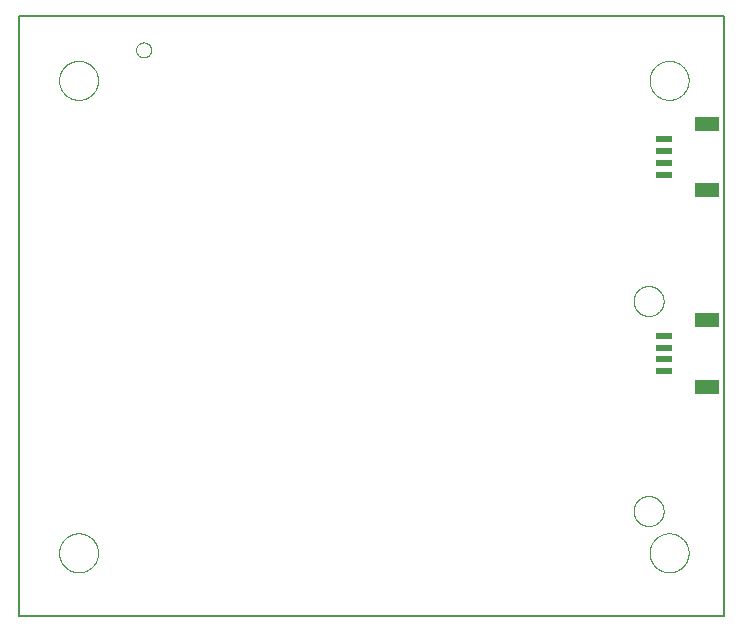
<source format=gbp>
G75*
%MOIN*%
%OFA0B0*%
%FSLAX25Y25*%
%IPPOS*%
%LPD*%
%AMOC8*
5,1,8,0,0,1.08239X$1,22.5*
%
%ADD10C,0.00000*%
%ADD11C,0.00600*%
%ADD12R,0.07874X0.04724*%
%ADD13R,0.05315X0.02362*%
D10*
X0052595Y0077996D02*
X0052597Y0078157D01*
X0052603Y0078317D01*
X0052613Y0078478D01*
X0052627Y0078638D01*
X0052645Y0078798D01*
X0052666Y0078957D01*
X0052692Y0079116D01*
X0052722Y0079274D01*
X0052755Y0079431D01*
X0052793Y0079588D01*
X0052834Y0079743D01*
X0052879Y0079897D01*
X0052928Y0080050D01*
X0052981Y0080202D01*
X0053037Y0080353D01*
X0053098Y0080502D01*
X0053161Y0080650D01*
X0053229Y0080796D01*
X0053300Y0080940D01*
X0053374Y0081082D01*
X0053452Y0081223D01*
X0053534Y0081361D01*
X0053619Y0081498D01*
X0053707Y0081632D01*
X0053799Y0081764D01*
X0053894Y0081894D01*
X0053992Y0082022D01*
X0054093Y0082147D01*
X0054197Y0082269D01*
X0054304Y0082389D01*
X0054414Y0082506D01*
X0054527Y0082621D01*
X0054643Y0082732D01*
X0054762Y0082841D01*
X0054883Y0082946D01*
X0055007Y0083049D01*
X0055133Y0083149D01*
X0055261Y0083245D01*
X0055392Y0083338D01*
X0055526Y0083428D01*
X0055661Y0083515D01*
X0055799Y0083598D01*
X0055938Y0083678D01*
X0056080Y0083754D01*
X0056223Y0083827D01*
X0056368Y0083896D01*
X0056515Y0083962D01*
X0056663Y0084024D01*
X0056813Y0084082D01*
X0056964Y0084137D01*
X0057117Y0084188D01*
X0057271Y0084235D01*
X0057426Y0084278D01*
X0057582Y0084317D01*
X0057738Y0084353D01*
X0057896Y0084384D01*
X0058054Y0084412D01*
X0058213Y0084436D01*
X0058373Y0084456D01*
X0058533Y0084472D01*
X0058693Y0084484D01*
X0058854Y0084492D01*
X0059015Y0084496D01*
X0059175Y0084496D01*
X0059336Y0084492D01*
X0059497Y0084484D01*
X0059657Y0084472D01*
X0059817Y0084456D01*
X0059977Y0084436D01*
X0060136Y0084412D01*
X0060294Y0084384D01*
X0060452Y0084353D01*
X0060608Y0084317D01*
X0060764Y0084278D01*
X0060919Y0084235D01*
X0061073Y0084188D01*
X0061226Y0084137D01*
X0061377Y0084082D01*
X0061527Y0084024D01*
X0061675Y0083962D01*
X0061822Y0083896D01*
X0061967Y0083827D01*
X0062110Y0083754D01*
X0062252Y0083678D01*
X0062391Y0083598D01*
X0062529Y0083515D01*
X0062664Y0083428D01*
X0062798Y0083338D01*
X0062929Y0083245D01*
X0063057Y0083149D01*
X0063183Y0083049D01*
X0063307Y0082946D01*
X0063428Y0082841D01*
X0063547Y0082732D01*
X0063663Y0082621D01*
X0063776Y0082506D01*
X0063886Y0082389D01*
X0063993Y0082269D01*
X0064097Y0082147D01*
X0064198Y0082022D01*
X0064296Y0081894D01*
X0064391Y0081764D01*
X0064483Y0081632D01*
X0064571Y0081498D01*
X0064656Y0081361D01*
X0064738Y0081223D01*
X0064816Y0081082D01*
X0064890Y0080940D01*
X0064961Y0080796D01*
X0065029Y0080650D01*
X0065092Y0080502D01*
X0065153Y0080353D01*
X0065209Y0080202D01*
X0065262Y0080050D01*
X0065311Y0079897D01*
X0065356Y0079743D01*
X0065397Y0079588D01*
X0065435Y0079431D01*
X0065468Y0079274D01*
X0065498Y0079116D01*
X0065524Y0078957D01*
X0065545Y0078798D01*
X0065563Y0078638D01*
X0065577Y0078478D01*
X0065587Y0078317D01*
X0065593Y0078157D01*
X0065595Y0077996D01*
X0065593Y0077835D01*
X0065587Y0077675D01*
X0065577Y0077514D01*
X0065563Y0077354D01*
X0065545Y0077194D01*
X0065524Y0077035D01*
X0065498Y0076876D01*
X0065468Y0076718D01*
X0065435Y0076561D01*
X0065397Y0076404D01*
X0065356Y0076249D01*
X0065311Y0076095D01*
X0065262Y0075942D01*
X0065209Y0075790D01*
X0065153Y0075639D01*
X0065092Y0075490D01*
X0065029Y0075342D01*
X0064961Y0075196D01*
X0064890Y0075052D01*
X0064816Y0074910D01*
X0064738Y0074769D01*
X0064656Y0074631D01*
X0064571Y0074494D01*
X0064483Y0074360D01*
X0064391Y0074228D01*
X0064296Y0074098D01*
X0064198Y0073970D01*
X0064097Y0073845D01*
X0063993Y0073723D01*
X0063886Y0073603D01*
X0063776Y0073486D01*
X0063663Y0073371D01*
X0063547Y0073260D01*
X0063428Y0073151D01*
X0063307Y0073046D01*
X0063183Y0072943D01*
X0063057Y0072843D01*
X0062929Y0072747D01*
X0062798Y0072654D01*
X0062664Y0072564D01*
X0062529Y0072477D01*
X0062391Y0072394D01*
X0062252Y0072314D01*
X0062110Y0072238D01*
X0061967Y0072165D01*
X0061822Y0072096D01*
X0061675Y0072030D01*
X0061527Y0071968D01*
X0061377Y0071910D01*
X0061226Y0071855D01*
X0061073Y0071804D01*
X0060919Y0071757D01*
X0060764Y0071714D01*
X0060608Y0071675D01*
X0060452Y0071639D01*
X0060294Y0071608D01*
X0060136Y0071580D01*
X0059977Y0071556D01*
X0059817Y0071536D01*
X0059657Y0071520D01*
X0059497Y0071508D01*
X0059336Y0071500D01*
X0059175Y0071496D01*
X0059015Y0071496D01*
X0058854Y0071500D01*
X0058693Y0071508D01*
X0058533Y0071520D01*
X0058373Y0071536D01*
X0058213Y0071556D01*
X0058054Y0071580D01*
X0057896Y0071608D01*
X0057738Y0071639D01*
X0057582Y0071675D01*
X0057426Y0071714D01*
X0057271Y0071757D01*
X0057117Y0071804D01*
X0056964Y0071855D01*
X0056813Y0071910D01*
X0056663Y0071968D01*
X0056515Y0072030D01*
X0056368Y0072096D01*
X0056223Y0072165D01*
X0056080Y0072238D01*
X0055938Y0072314D01*
X0055799Y0072394D01*
X0055661Y0072477D01*
X0055526Y0072564D01*
X0055392Y0072654D01*
X0055261Y0072747D01*
X0055133Y0072843D01*
X0055007Y0072943D01*
X0054883Y0073046D01*
X0054762Y0073151D01*
X0054643Y0073260D01*
X0054527Y0073371D01*
X0054414Y0073486D01*
X0054304Y0073603D01*
X0054197Y0073723D01*
X0054093Y0073845D01*
X0053992Y0073970D01*
X0053894Y0074098D01*
X0053799Y0074228D01*
X0053707Y0074360D01*
X0053619Y0074494D01*
X0053534Y0074631D01*
X0053452Y0074769D01*
X0053374Y0074910D01*
X0053300Y0075052D01*
X0053229Y0075196D01*
X0053161Y0075342D01*
X0053098Y0075490D01*
X0053037Y0075639D01*
X0052981Y0075790D01*
X0052928Y0075942D01*
X0052879Y0076095D01*
X0052834Y0076249D01*
X0052793Y0076404D01*
X0052755Y0076561D01*
X0052722Y0076718D01*
X0052692Y0076876D01*
X0052666Y0077035D01*
X0052645Y0077194D01*
X0052627Y0077354D01*
X0052613Y0077514D01*
X0052603Y0077675D01*
X0052597Y0077835D01*
X0052595Y0077996D01*
X0052595Y0235476D02*
X0052597Y0235637D01*
X0052603Y0235797D01*
X0052613Y0235958D01*
X0052627Y0236118D01*
X0052645Y0236278D01*
X0052666Y0236437D01*
X0052692Y0236596D01*
X0052722Y0236754D01*
X0052755Y0236911D01*
X0052793Y0237068D01*
X0052834Y0237223D01*
X0052879Y0237377D01*
X0052928Y0237530D01*
X0052981Y0237682D01*
X0053037Y0237833D01*
X0053098Y0237982D01*
X0053161Y0238130D01*
X0053229Y0238276D01*
X0053300Y0238420D01*
X0053374Y0238562D01*
X0053452Y0238703D01*
X0053534Y0238841D01*
X0053619Y0238978D01*
X0053707Y0239112D01*
X0053799Y0239244D01*
X0053894Y0239374D01*
X0053992Y0239502D01*
X0054093Y0239627D01*
X0054197Y0239749D01*
X0054304Y0239869D01*
X0054414Y0239986D01*
X0054527Y0240101D01*
X0054643Y0240212D01*
X0054762Y0240321D01*
X0054883Y0240426D01*
X0055007Y0240529D01*
X0055133Y0240629D01*
X0055261Y0240725D01*
X0055392Y0240818D01*
X0055526Y0240908D01*
X0055661Y0240995D01*
X0055799Y0241078D01*
X0055938Y0241158D01*
X0056080Y0241234D01*
X0056223Y0241307D01*
X0056368Y0241376D01*
X0056515Y0241442D01*
X0056663Y0241504D01*
X0056813Y0241562D01*
X0056964Y0241617D01*
X0057117Y0241668D01*
X0057271Y0241715D01*
X0057426Y0241758D01*
X0057582Y0241797D01*
X0057738Y0241833D01*
X0057896Y0241864D01*
X0058054Y0241892D01*
X0058213Y0241916D01*
X0058373Y0241936D01*
X0058533Y0241952D01*
X0058693Y0241964D01*
X0058854Y0241972D01*
X0059015Y0241976D01*
X0059175Y0241976D01*
X0059336Y0241972D01*
X0059497Y0241964D01*
X0059657Y0241952D01*
X0059817Y0241936D01*
X0059977Y0241916D01*
X0060136Y0241892D01*
X0060294Y0241864D01*
X0060452Y0241833D01*
X0060608Y0241797D01*
X0060764Y0241758D01*
X0060919Y0241715D01*
X0061073Y0241668D01*
X0061226Y0241617D01*
X0061377Y0241562D01*
X0061527Y0241504D01*
X0061675Y0241442D01*
X0061822Y0241376D01*
X0061967Y0241307D01*
X0062110Y0241234D01*
X0062252Y0241158D01*
X0062391Y0241078D01*
X0062529Y0240995D01*
X0062664Y0240908D01*
X0062798Y0240818D01*
X0062929Y0240725D01*
X0063057Y0240629D01*
X0063183Y0240529D01*
X0063307Y0240426D01*
X0063428Y0240321D01*
X0063547Y0240212D01*
X0063663Y0240101D01*
X0063776Y0239986D01*
X0063886Y0239869D01*
X0063993Y0239749D01*
X0064097Y0239627D01*
X0064198Y0239502D01*
X0064296Y0239374D01*
X0064391Y0239244D01*
X0064483Y0239112D01*
X0064571Y0238978D01*
X0064656Y0238841D01*
X0064738Y0238703D01*
X0064816Y0238562D01*
X0064890Y0238420D01*
X0064961Y0238276D01*
X0065029Y0238130D01*
X0065092Y0237982D01*
X0065153Y0237833D01*
X0065209Y0237682D01*
X0065262Y0237530D01*
X0065311Y0237377D01*
X0065356Y0237223D01*
X0065397Y0237068D01*
X0065435Y0236911D01*
X0065468Y0236754D01*
X0065498Y0236596D01*
X0065524Y0236437D01*
X0065545Y0236278D01*
X0065563Y0236118D01*
X0065577Y0235958D01*
X0065587Y0235797D01*
X0065593Y0235637D01*
X0065595Y0235476D01*
X0065593Y0235315D01*
X0065587Y0235155D01*
X0065577Y0234994D01*
X0065563Y0234834D01*
X0065545Y0234674D01*
X0065524Y0234515D01*
X0065498Y0234356D01*
X0065468Y0234198D01*
X0065435Y0234041D01*
X0065397Y0233884D01*
X0065356Y0233729D01*
X0065311Y0233575D01*
X0065262Y0233422D01*
X0065209Y0233270D01*
X0065153Y0233119D01*
X0065092Y0232970D01*
X0065029Y0232822D01*
X0064961Y0232676D01*
X0064890Y0232532D01*
X0064816Y0232390D01*
X0064738Y0232249D01*
X0064656Y0232111D01*
X0064571Y0231974D01*
X0064483Y0231840D01*
X0064391Y0231708D01*
X0064296Y0231578D01*
X0064198Y0231450D01*
X0064097Y0231325D01*
X0063993Y0231203D01*
X0063886Y0231083D01*
X0063776Y0230966D01*
X0063663Y0230851D01*
X0063547Y0230740D01*
X0063428Y0230631D01*
X0063307Y0230526D01*
X0063183Y0230423D01*
X0063057Y0230323D01*
X0062929Y0230227D01*
X0062798Y0230134D01*
X0062664Y0230044D01*
X0062529Y0229957D01*
X0062391Y0229874D01*
X0062252Y0229794D01*
X0062110Y0229718D01*
X0061967Y0229645D01*
X0061822Y0229576D01*
X0061675Y0229510D01*
X0061527Y0229448D01*
X0061377Y0229390D01*
X0061226Y0229335D01*
X0061073Y0229284D01*
X0060919Y0229237D01*
X0060764Y0229194D01*
X0060608Y0229155D01*
X0060452Y0229119D01*
X0060294Y0229088D01*
X0060136Y0229060D01*
X0059977Y0229036D01*
X0059817Y0229016D01*
X0059657Y0229000D01*
X0059497Y0228988D01*
X0059336Y0228980D01*
X0059175Y0228976D01*
X0059015Y0228976D01*
X0058854Y0228980D01*
X0058693Y0228988D01*
X0058533Y0229000D01*
X0058373Y0229016D01*
X0058213Y0229036D01*
X0058054Y0229060D01*
X0057896Y0229088D01*
X0057738Y0229119D01*
X0057582Y0229155D01*
X0057426Y0229194D01*
X0057271Y0229237D01*
X0057117Y0229284D01*
X0056964Y0229335D01*
X0056813Y0229390D01*
X0056663Y0229448D01*
X0056515Y0229510D01*
X0056368Y0229576D01*
X0056223Y0229645D01*
X0056080Y0229718D01*
X0055938Y0229794D01*
X0055799Y0229874D01*
X0055661Y0229957D01*
X0055526Y0230044D01*
X0055392Y0230134D01*
X0055261Y0230227D01*
X0055133Y0230323D01*
X0055007Y0230423D01*
X0054883Y0230526D01*
X0054762Y0230631D01*
X0054643Y0230740D01*
X0054527Y0230851D01*
X0054414Y0230966D01*
X0054304Y0231083D01*
X0054197Y0231203D01*
X0054093Y0231325D01*
X0053992Y0231450D01*
X0053894Y0231578D01*
X0053799Y0231708D01*
X0053707Y0231840D01*
X0053619Y0231974D01*
X0053534Y0232111D01*
X0053452Y0232249D01*
X0053374Y0232390D01*
X0053300Y0232532D01*
X0053229Y0232676D01*
X0053161Y0232822D01*
X0053098Y0232970D01*
X0053037Y0233119D01*
X0052981Y0233270D01*
X0052928Y0233422D01*
X0052879Y0233575D01*
X0052834Y0233729D01*
X0052793Y0233884D01*
X0052755Y0234041D01*
X0052722Y0234198D01*
X0052692Y0234356D01*
X0052666Y0234515D01*
X0052645Y0234674D01*
X0052627Y0234834D01*
X0052613Y0234994D01*
X0052603Y0235155D01*
X0052597Y0235315D01*
X0052595Y0235476D01*
X0078268Y0245630D02*
X0078270Y0245729D01*
X0078276Y0245829D01*
X0078286Y0245928D01*
X0078300Y0246026D01*
X0078317Y0246124D01*
X0078339Y0246221D01*
X0078364Y0246317D01*
X0078393Y0246412D01*
X0078426Y0246506D01*
X0078463Y0246598D01*
X0078503Y0246689D01*
X0078547Y0246778D01*
X0078595Y0246866D01*
X0078646Y0246951D01*
X0078700Y0247034D01*
X0078757Y0247116D01*
X0078818Y0247194D01*
X0078882Y0247271D01*
X0078948Y0247344D01*
X0079018Y0247415D01*
X0079090Y0247483D01*
X0079165Y0247549D01*
X0079243Y0247611D01*
X0079323Y0247670D01*
X0079405Y0247726D01*
X0079489Y0247778D01*
X0079576Y0247827D01*
X0079664Y0247873D01*
X0079754Y0247915D01*
X0079846Y0247954D01*
X0079939Y0247989D01*
X0080033Y0248020D01*
X0080129Y0248047D01*
X0080226Y0248070D01*
X0080323Y0248090D01*
X0080421Y0248106D01*
X0080520Y0248118D01*
X0080619Y0248126D01*
X0080718Y0248130D01*
X0080818Y0248130D01*
X0080917Y0248126D01*
X0081016Y0248118D01*
X0081115Y0248106D01*
X0081213Y0248090D01*
X0081310Y0248070D01*
X0081407Y0248047D01*
X0081503Y0248020D01*
X0081597Y0247989D01*
X0081690Y0247954D01*
X0081782Y0247915D01*
X0081872Y0247873D01*
X0081960Y0247827D01*
X0082047Y0247778D01*
X0082131Y0247726D01*
X0082213Y0247670D01*
X0082293Y0247611D01*
X0082371Y0247549D01*
X0082446Y0247483D01*
X0082518Y0247415D01*
X0082588Y0247344D01*
X0082654Y0247271D01*
X0082718Y0247194D01*
X0082779Y0247116D01*
X0082836Y0247034D01*
X0082890Y0246951D01*
X0082941Y0246866D01*
X0082989Y0246778D01*
X0083033Y0246689D01*
X0083073Y0246598D01*
X0083110Y0246506D01*
X0083143Y0246412D01*
X0083172Y0246317D01*
X0083197Y0246221D01*
X0083219Y0246124D01*
X0083236Y0246026D01*
X0083250Y0245928D01*
X0083260Y0245829D01*
X0083266Y0245729D01*
X0083268Y0245630D01*
X0083266Y0245531D01*
X0083260Y0245431D01*
X0083250Y0245332D01*
X0083236Y0245234D01*
X0083219Y0245136D01*
X0083197Y0245039D01*
X0083172Y0244943D01*
X0083143Y0244848D01*
X0083110Y0244754D01*
X0083073Y0244662D01*
X0083033Y0244571D01*
X0082989Y0244482D01*
X0082941Y0244394D01*
X0082890Y0244309D01*
X0082836Y0244226D01*
X0082779Y0244144D01*
X0082718Y0244066D01*
X0082654Y0243989D01*
X0082588Y0243916D01*
X0082518Y0243845D01*
X0082446Y0243777D01*
X0082371Y0243711D01*
X0082293Y0243649D01*
X0082213Y0243590D01*
X0082131Y0243534D01*
X0082047Y0243482D01*
X0081960Y0243433D01*
X0081872Y0243387D01*
X0081782Y0243345D01*
X0081690Y0243306D01*
X0081597Y0243271D01*
X0081503Y0243240D01*
X0081407Y0243213D01*
X0081310Y0243190D01*
X0081213Y0243170D01*
X0081115Y0243154D01*
X0081016Y0243142D01*
X0080917Y0243134D01*
X0080818Y0243130D01*
X0080718Y0243130D01*
X0080619Y0243134D01*
X0080520Y0243142D01*
X0080421Y0243154D01*
X0080323Y0243170D01*
X0080226Y0243190D01*
X0080129Y0243213D01*
X0080033Y0243240D01*
X0079939Y0243271D01*
X0079846Y0243306D01*
X0079754Y0243345D01*
X0079664Y0243387D01*
X0079576Y0243433D01*
X0079489Y0243482D01*
X0079405Y0243534D01*
X0079323Y0243590D01*
X0079243Y0243649D01*
X0079165Y0243711D01*
X0079090Y0243777D01*
X0079018Y0243845D01*
X0078948Y0243916D01*
X0078882Y0243989D01*
X0078818Y0244066D01*
X0078757Y0244144D01*
X0078700Y0244226D01*
X0078646Y0244309D01*
X0078595Y0244394D01*
X0078547Y0244482D01*
X0078503Y0244571D01*
X0078463Y0244662D01*
X0078426Y0244754D01*
X0078393Y0244848D01*
X0078364Y0244943D01*
X0078339Y0245039D01*
X0078317Y0245136D01*
X0078300Y0245234D01*
X0078286Y0245332D01*
X0078276Y0245431D01*
X0078270Y0245531D01*
X0078268Y0245630D01*
X0244095Y0161933D02*
X0244097Y0162074D01*
X0244103Y0162215D01*
X0244113Y0162355D01*
X0244127Y0162495D01*
X0244145Y0162635D01*
X0244166Y0162774D01*
X0244192Y0162913D01*
X0244221Y0163051D01*
X0244255Y0163187D01*
X0244292Y0163323D01*
X0244333Y0163458D01*
X0244378Y0163592D01*
X0244427Y0163724D01*
X0244479Y0163855D01*
X0244535Y0163984D01*
X0244595Y0164111D01*
X0244658Y0164237D01*
X0244724Y0164361D01*
X0244795Y0164484D01*
X0244868Y0164604D01*
X0244945Y0164722D01*
X0245025Y0164838D01*
X0245109Y0164951D01*
X0245195Y0165062D01*
X0245285Y0165171D01*
X0245378Y0165277D01*
X0245473Y0165380D01*
X0245572Y0165481D01*
X0245673Y0165579D01*
X0245777Y0165674D01*
X0245884Y0165766D01*
X0245993Y0165855D01*
X0246105Y0165940D01*
X0246219Y0166023D01*
X0246335Y0166103D01*
X0246454Y0166179D01*
X0246575Y0166251D01*
X0246697Y0166321D01*
X0246822Y0166386D01*
X0246948Y0166449D01*
X0247076Y0166507D01*
X0247206Y0166562D01*
X0247337Y0166614D01*
X0247470Y0166661D01*
X0247604Y0166705D01*
X0247739Y0166746D01*
X0247875Y0166782D01*
X0248012Y0166814D01*
X0248150Y0166843D01*
X0248288Y0166868D01*
X0248428Y0166888D01*
X0248568Y0166905D01*
X0248708Y0166918D01*
X0248849Y0166927D01*
X0248989Y0166932D01*
X0249130Y0166933D01*
X0249271Y0166930D01*
X0249412Y0166923D01*
X0249552Y0166912D01*
X0249692Y0166897D01*
X0249832Y0166878D01*
X0249971Y0166856D01*
X0250109Y0166829D01*
X0250247Y0166799D01*
X0250383Y0166764D01*
X0250519Y0166726D01*
X0250653Y0166684D01*
X0250787Y0166638D01*
X0250919Y0166589D01*
X0251049Y0166535D01*
X0251178Y0166478D01*
X0251305Y0166418D01*
X0251431Y0166354D01*
X0251554Y0166286D01*
X0251676Y0166215D01*
X0251796Y0166141D01*
X0251913Y0166063D01*
X0252028Y0165982D01*
X0252141Y0165898D01*
X0252252Y0165811D01*
X0252360Y0165720D01*
X0252465Y0165627D01*
X0252568Y0165530D01*
X0252668Y0165431D01*
X0252765Y0165329D01*
X0252859Y0165224D01*
X0252950Y0165117D01*
X0253038Y0165007D01*
X0253123Y0164895D01*
X0253205Y0164780D01*
X0253284Y0164663D01*
X0253359Y0164544D01*
X0253431Y0164423D01*
X0253499Y0164300D01*
X0253564Y0164175D01*
X0253626Y0164048D01*
X0253683Y0163919D01*
X0253738Y0163789D01*
X0253788Y0163658D01*
X0253835Y0163525D01*
X0253878Y0163391D01*
X0253917Y0163255D01*
X0253952Y0163119D01*
X0253984Y0162982D01*
X0254011Y0162844D01*
X0254035Y0162705D01*
X0254055Y0162565D01*
X0254071Y0162425D01*
X0254083Y0162285D01*
X0254091Y0162144D01*
X0254095Y0162003D01*
X0254095Y0161863D01*
X0254091Y0161722D01*
X0254083Y0161581D01*
X0254071Y0161441D01*
X0254055Y0161301D01*
X0254035Y0161161D01*
X0254011Y0161022D01*
X0253984Y0160884D01*
X0253952Y0160747D01*
X0253917Y0160611D01*
X0253878Y0160475D01*
X0253835Y0160341D01*
X0253788Y0160208D01*
X0253738Y0160077D01*
X0253683Y0159947D01*
X0253626Y0159818D01*
X0253564Y0159691D01*
X0253499Y0159566D01*
X0253431Y0159443D01*
X0253359Y0159322D01*
X0253284Y0159203D01*
X0253205Y0159086D01*
X0253123Y0158971D01*
X0253038Y0158859D01*
X0252950Y0158749D01*
X0252859Y0158642D01*
X0252765Y0158537D01*
X0252668Y0158435D01*
X0252568Y0158336D01*
X0252465Y0158239D01*
X0252360Y0158146D01*
X0252252Y0158055D01*
X0252141Y0157968D01*
X0252028Y0157884D01*
X0251913Y0157803D01*
X0251796Y0157725D01*
X0251676Y0157651D01*
X0251554Y0157580D01*
X0251431Y0157512D01*
X0251305Y0157448D01*
X0251178Y0157388D01*
X0251049Y0157331D01*
X0250919Y0157277D01*
X0250787Y0157228D01*
X0250653Y0157182D01*
X0250519Y0157140D01*
X0250383Y0157102D01*
X0250247Y0157067D01*
X0250109Y0157037D01*
X0249971Y0157010D01*
X0249832Y0156988D01*
X0249692Y0156969D01*
X0249552Y0156954D01*
X0249412Y0156943D01*
X0249271Y0156936D01*
X0249130Y0156933D01*
X0248989Y0156934D01*
X0248849Y0156939D01*
X0248708Y0156948D01*
X0248568Y0156961D01*
X0248428Y0156978D01*
X0248288Y0156998D01*
X0248150Y0157023D01*
X0248012Y0157052D01*
X0247875Y0157084D01*
X0247739Y0157120D01*
X0247604Y0157161D01*
X0247470Y0157205D01*
X0247337Y0157252D01*
X0247206Y0157304D01*
X0247076Y0157359D01*
X0246948Y0157417D01*
X0246822Y0157480D01*
X0246697Y0157545D01*
X0246575Y0157615D01*
X0246454Y0157687D01*
X0246335Y0157763D01*
X0246219Y0157843D01*
X0246105Y0157926D01*
X0245993Y0158011D01*
X0245884Y0158100D01*
X0245777Y0158192D01*
X0245673Y0158287D01*
X0245572Y0158385D01*
X0245473Y0158486D01*
X0245378Y0158589D01*
X0245285Y0158695D01*
X0245195Y0158804D01*
X0245109Y0158915D01*
X0245025Y0159028D01*
X0244945Y0159144D01*
X0244868Y0159262D01*
X0244795Y0159382D01*
X0244724Y0159505D01*
X0244658Y0159629D01*
X0244595Y0159755D01*
X0244535Y0159882D01*
X0244479Y0160011D01*
X0244427Y0160142D01*
X0244378Y0160274D01*
X0244333Y0160408D01*
X0244292Y0160543D01*
X0244255Y0160679D01*
X0244221Y0160815D01*
X0244192Y0160953D01*
X0244166Y0161092D01*
X0244145Y0161231D01*
X0244127Y0161371D01*
X0244113Y0161511D01*
X0244103Y0161651D01*
X0244097Y0161792D01*
X0244095Y0161933D01*
X0244095Y0091933D02*
X0244097Y0092074D01*
X0244103Y0092215D01*
X0244113Y0092355D01*
X0244127Y0092495D01*
X0244145Y0092635D01*
X0244166Y0092774D01*
X0244192Y0092913D01*
X0244221Y0093051D01*
X0244255Y0093187D01*
X0244292Y0093323D01*
X0244333Y0093458D01*
X0244378Y0093592D01*
X0244427Y0093724D01*
X0244479Y0093855D01*
X0244535Y0093984D01*
X0244595Y0094111D01*
X0244658Y0094237D01*
X0244724Y0094361D01*
X0244795Y0094484D01*
X0244868Y0094604D01*
X0244945Y0094722D01*
X0245025Y0094838D01*
X0245109Y0094951D01*
X0245195Y0095062D01*
X0245285Y0095171D01*
X0245378Y0095277D01*
X0245473Y0095380D01*
X0245572Y0095481D01*
X0245673Y0095579D01*
X0245777Y0095674D01*
X0245884Y0095766D01*
X0245993Y0095855D01*
X0246105Y0095940D01*
X0246219Y0096023D01*
X0246335Y0096103D01*
X0246454Y0096179D01*
X0246575Y0096251D01*
X0246697Y0096321D01*
X0246822Y0096386D01*
X0246948Y0096449D01*
X0247076Y0096507D01*
X0247206Y0096562D01*
X0247337Y0096614D01*
X0247470Y0096661D01*
X0247604Y0096705D01*
X0247739Y0096746D01*
X0247875Y0096782D01*
X0248012Y0096814D01*
X0248150Y0096843D01*
X0248288Y0096868D01*
X0248428Y0096888D01*
X0248568Y0096905D01*
X0248708Y0096918D01*
X0248849Y0096927D01*
X0248989Y0096932D01*
X0249130Y0096933D01*
X0249271Y0096930D01*
X0249412Y0096923D01*
X0249552Y0096912D01*
X0249692Y0096897D01*
X0249832Y0096878D01*
X0249971Y0096856D01*
X0250109Y0096829D01*
X0250247Y0096799D01*
X0250383Y0096764D01*
X0250519Y0096726D01*
X0250653Y0096684D01*
X0250787Y0096638D01*
X0250919Y0096589D01*
X0251049Y0096535D01*
X0251178Y0096478D01*
X0251305Y0096418D01*
X0251431Y0096354D01*
X0251554Y0096286D01*
X0251676Y0096215D01*
X0251796Y0096141D01*
X0251913Y0096063D01*
X0252028Y0095982D01*
X0252141Y0095898D01*
X0252252Y0095811D01*
X0252360Y0095720D01*
X0252465Y0095627D01*
X0252568Y0095530D01*
X0252668Y0095431D01*
X0252765Y0095329D01*
X0252859Y0095224D01*
X0252950Y0095117D01*
X0253038Y0095007D01*
X0253123Y0094895D01*
X0253205Y0094780D01*
X0253284Y0094663D01*
X0253359Y0094544D01*
X0253431Y0094423D01*
X0253499Y0094300D01*
X0253564Y0094175D01*
X0253626Y0094048D01*
X0253683Y0093919D01*
X0253738Y0093789D01*
X0253788Y0093658D01*
X0253835Y0093525D01*
X0253878Y0093391D01*
X0253917Y0093255D01*
X0253952Y0093119D01*
X0253984Y0092982D01*
X0254011Y0092844D01*
X0254035Y0092705D01*
X0254055Y0092565D01*
X0254071Y0092425D01*
X0254083Y0092285D01*
X0254091Y0092144D01*
X0254095Y0092003D01*
X0254095Y0091863D01*
X0254091Y0091722D01*
X0254083Y0091581D01*
X0254071Y0091441D01*
X0254055Y0091301D01*
X0254035Y0091161D01*
X0254011Y0091022D01*
X0253984Y0090884D01*
X0253952Y0090747D01*
X0253917Y0090611D01*
X0253878Y0090475D01*
X0253835Y0090341D01*
X0253788Y0090208D01*
X0253738Y0090077D01*
X0253683Y0089947D01*
X0253626Y0089818D01*
X0253564Y0089691D01*
X0253499Y0089566D01*
X0253431Y0089443D01*
X0253359Y0089322D01*
X0253284Y0089203D01*
X0253205Y0089086D01*
X0253123Y0088971D01*
X0253038Y0088859D01*
X0252950Y0088749D01*
X0252859Y0088642D01*
X0252765Y0088537D01*
X0252668Y0088435D01*
X0252568Y0088336D01*
X0252465Y0088239D01*
X0252360Y0088146D01*
X0252252Y0088055D01*
X0252141Y0087968D01*
X0252028Y0087884D01*
X0251913Y0087803D01*
X0251796Y0087725D01*
X0251676Y0087651D01*
X0251554Y0087580D01*
X0251431Y0087512D01*
X0251305Y0087448D01*
X0251178Y0087388D01*
X0251049Y0087331D01*
X0250919Y0087277D01*
X0250787Y0087228D01*
X0250653Y0087182D01*
X0250519Y0087140D01*
X0250383Y0087102D01*
X0250247Y0087067D01*
X0250109Y0087037D01*
X0249971Y0087010D01*
X0249832Y0086988D01*
X0249692Y0086969D01*
X0249552Y0086954D01*
X0249412Y0086943D01*
X0249271Y0086936D01*
X0249130Y0086933D01*
X0248989Y0086934D01*
X0248849Y0086939D01*
X0248708Y0086948D01*
X0248568Y0086961D01*
X0248428Y0086978D01*
X0248288Y0086998D01*
X0248150Y0087023D01*
X0248012Y0087052D01*
X0247875Y0087084D01*
X0247739Y0087120D01*
X0247604Y0087161D01*
X0247470Y0087205D01*
X0247337Y0087252D01*
X0247206Y0087304D01*
X0247076Y0087359D01*
X0246948Y0087417D01*
X0246822Y0087480D01*
X0246697Y0087545D01*
X0246575Y0087615D01*
X0246454Y0087687D01*
X0246335Y0087763D01*
X0246219Y0087843D01*
X0246105Y0087926D01*
X0245993Y0088011D01*
X0245884Y0088100D01*
X0245777Y0088192D01*
X0245673Y0088287D01*
X0245572Y0088385D01*
X0245473Y0088486D01*
X0245378Y0088589D01*
X0245285Y0088695D01*
X0245195Y0088804D01*
X0245109Y0088915D01*
X0245025Y0089028D01*
X0244945Y0089144D01*
X0244868Y0089262D01*
X0244795Y0089382D01*
X0244724Y0089505D01*
X0244658Y0089629D01*
X0244595Y0089755D01*
X0244535Y0089882D01*
X0244479Y0090011D01*
X0244427Y0090142D01*
X0244378Y0090274D01*
X0244333Y0090408D01*
X0244292Y0090543D01*
X0244255Y0090679D01*
X0244221Y0090815D01*
X0244192Y0090953D01*
X0244166Y0091092D01*
X0244145Y0091231D01*
X0244127Y0091371D01*
X0244113Y0091511D01*
X0244103Y0091651D01*
X0244097Y0091792D01*
X0244095Y0091933D01*
X0249446Y0077996D02*
X0249448Y0078157D01*
X0249454Y0078317D01*
X0249464Y0078478D01*
X0249478Y0078638D01*
X0249496Y0078798D01*
X0249517Y0078957D01*
X0249543Y0079116D01*
X0249573Y0079274D01*
X0249606Y0079431D01*
X0249644Y0079588D01*
X0249685Y0079743D01*
X0249730Y0079897D01*
X0249779Y0080050D01*
X0249832Y0080202D01*
X0249888Y0080353D01*
X0249949Y0080502D01*
X0250012Y0080650D01*
X0250080Y0080796D01*
X0250151Y0080940D01*
X0250225Y0081082D01*
X0250303Y0081223D01*
X0250385Y0081361D01*
X0250470Y0081498D01*
X0250558Y0081632D01*
X0250650Y0081764D01*
X0250745Y0081894D01*
X0250843Y0082022D01*
X0250944Y0082147D01*
X0251048Y0082269D01*
X0251155Y0082389D01*
X0251265Y0082506D01*
X0251378Y0082621D01*
X0251494Y0082732D01*
X0251613Y0082841D01*
X0251734Y0082946D01*
X0251858Y0083049D01*
X0251984Y0083149D01*
X0252112Y0083245D01*
X0252243Y0083338D01*
X0252377Y0083428D01*
X0252512Y0083515D01*
X0252650Y0083598D01*
X0252789Y0083678D01*
X0252931Y0083754D01*
X0253074Y0083827D01*
X0253219Y0083896D01*
X0253366Y0083962D01*
X0253514Y0084024D01*
X0253664Y0084082D01*
X0253815Y0084137D01*
X0253968Y0084188D01*
X0254122Y0084235D01*
X0254277Y0084278D01*
X0254433Y0084317D01*
X0254589Y0084353D01*
X0254747Y0084384D01*
X0254905Y0084412D01*
X0255064Y0084436D01*
X0255224Y0084456D01*
X0255384Y0084472D01*
X0255544Y0084484D01*
X0255705Y0084492D01*
X0255866Y0084496D01*
X0256026Y0084496D01*
X0256187Y0084492D01*
X0256348Y0084484D01*
X0256508Y0084472D01*
X0256668Y0084456D01*
X0256828Y0084436D01*
X0256987Y0084412D01*
X0257145Y0084384D01*
X0257303Y0084353D01*
X0257459Y0084317D01*
X0257615Y0084278D01*
X0257770Y0084235D01*
X0257924Y0084188D01*
X0258077Y0084137D01*
X0258228Y0084082D01*
X0258378Y0084024D01*
X0258526Y0083962D01*
X0258673Y0083896D01*
X0258818Y0083827D01*
X0258961Y0083754D01*
X0259103Y0083678D01*
X0259242Y0083598D01*
X0259380Y0083515D01*
X0259515Y0083428D01*
X0259649Y0083338D01*
X0259780Y0083245D01*
X0259908Y0083149D01*
X0260034Y0083049D01*
X0260158Y0082946D01*
X0260279Y0082841D01*
X0260398Y0082732D01*
X0260514Y0082621D01*
X0260627Y0082506D01*
X0260737Y0082389D01*
X0260844Y0082269D01*
X0260948Y0082147D01*
X0261049Y0082022D01*
X0261147Y0081894D01*
X0261242Y0081764D01*
X0261334Y0081632D01*
X0261422Y0081498D01*
X0261507Y0081361D01*
X0261589Y0081223D01*
X0261667Y0081082D01*
X0261741Y0080940D01*
X0261812Y0080796D01*
X0261880Y0080650D01*
X0261943Y0080502D01*
X0262004Y0080353D01*
X0262060Y0080202D01*
X0262113Y0080050D01*
X0262162Y0079897D01*
X0262207Y0079743D01*
X0262248Y0079588D01*
X0262286Y0079431D01*
X0262319Y0079274D01*
X0262349Y0079116D01*
X0262375Y0078957D01*
X0262396Y0078798D01*
X0262414Y0078638D01*
X0262428Y0078478D01*
X0262438Y0078317D01*
X0262444Y0078157D01*
X0262446Y0077996D01*
X0262444Y0077835D01*
X0262438Y0077675D01*
X0262428Y0077514D01*
X0262414Y0077354D01*
X0262396Y0077194D01*
X0262375Y0077035D01*
X0262349Y0076876D01*
X0262319Y0076718D01*
X0262286Y0076561D01*
X0262248Y0076404D01*
X0262207Y0076249D01*
X0262162Y0076095D01*
X0262113Y0075942D01*
X0262060Y0075790D01*
X0262004Y0075639D01*
X0261943Y0075490D01*
X0261880Y0075342D01*
X0261812Y0075196D01*
X0261741Y0075052D01*
X0261667Y0074910D01*
X0261589Y0074769D01*
X0261507Y0074631D01*
X0261422Y0074494D01*
X0261334Y0074360D01*
X0261242Y0074228D01*
X0261147Y0074098D01*
X0261049Y0073970D01*
X0260948Y0073845D01*
X0260844Y0073723D01*
X0260737Y0073603D01*
X0260627Y0073486D01*
X0260514Y0073371D01*
X0260398Y0073260D01*
X0260279Y0073151D01*
X0260158Y0073046D01*
X0260034Y0072943D01*
X0259908Y0072843D01*
X0259780Y0072747D01*
X0259649Y0072654D01*
X0259515Y0072564D01*
X0259380Y0072477D01*
X0259242Y0072394D01*
X0259103Y0072314D01*
X0258961Y0072238D01*
X0258818Y0072165D01*
X0258673Y0072096D01*
X0258526Y0072030D01*
X0258378Y0071968D01*
X0258228Y0071910D01*
X0258077Y0071855D01*
X0257924Y0071804D01*
X0257770Y0071757D01*
X0257615Y0071714D01*
X0257459Y0071675D01*
X0257303Y0071639D01*
X0257145Y0071608D01*
X0256987Y0071580D01*
X0256828Y0071556D01*
X0256668Y0071536D01*
X0256508Y0071520D01*
X0256348Y0071508D01*
X0256187Y0071500D01*
X0256026Y0071496D01*
X0255866Y0071496D01*
X0255705Y0071500D01*
X0255544Y0071508D01*
X0255384Y0071520D01*
X0255224Y0071536D01*
X0255064Y0071556D01*
X0254905Y0071580D01*
X0254747Y0071608D01*
X0254589Y0071639D01*
X0254433Y0071675D01*
X0254277Y0071714D01*
X0254122Y0071757D01*
X0253968Y0071804D01*
X0253815Y0071855D01*
X0253664Y0071910D01*
X0253514Y0071968D01*
X0253366Y0072030D01*
X0253219Y0072096D01*
X0253074Y0072165D01*
X0252931Y0072238D01*
X0252789Y0072314D01*
X0252650Y0072394D01*
X0252512Y0072477D01*
X0252377Y0072564D01*
X0252243Y0072654D01*
X0252112Y0072747D01*
X0251984Y0072843D01*
X0251858Y0072943D01*
X0251734Y0073046D01*
X0251613Y0073151D01*
X0251494Y0073260D01*
X0251378Y0073371D01*
X0251265Y0073486D01*
X0251155Y0073603D01*
X0251048Y0073723D01*
X0250944Y0073845D01*
X0250843Y0073970D01*
X0250745Y0074098D01*
X0250650Y0074228D01*
X0250558Y0074360D01*
X0250470Y0074494D01*
X0250385Y0074631D01*
X0250303Y0074769D01*
X0250225Y0074910D01*
X0250151Y0075052D01*
X0250080Y0075196D01*
X0250012Y0075342D01*
X0249949Y0075490D01*
X0249888Y0075639D01*
X0249832Y0075790D01*
X0249779Y0075942D01*
X0249730Y0076095D01*
X0249685Y0076249D01*
X0249644Y0076404D01*
X0249606Y0076561D01*
X0249573Y0076718D01*
X0249543Y0076876D01*
X0249517Y0077035D01*
X0249496Y0077194D01*
X0249478Y0077354D01*
X0249464Y0077514D01*
X0249454Y0077675D01*
X0249448Y0077835D01*
X0249446Y0077996D01*
X0249446Y0235476D02*
X0249448Y0235637D01*
X0249454Y0235797D01*
X0249464Y0235958D01*
X0249478Y0236118D01*
X0249496Y0236278D01*
X0249517Y0236437D01*
X0249543Y0236596D01*
X0249573Y0236754D01*
X0249606Y0236911D01*
X0249644Y0237068D01*
X0249685Y0237223D01*
X0249730Y0237377D01*
X0249779Y0237530D01*
X0249832Y0237682D01*
X0249888Y0237833D01*
X0249949Y0237982D01*
X0250012Y0238130D01*
X0250080Y0238276D01*
X0250151Y0238420D01*
X0250225Y0238562D01*
X0250303Y0238703D01*
X0250385Y0238841D01*
X0250470Y0238978D01*
X0250558Y0239112D01*
X0250650Y0239244D01*
X0250745Y0239374D01*
X0250843Y0239502D01*
X0250944Y0239627D01*
X0251048Y0239749D01*
X0251155Y0239869D01*
X0251265Y0239986D01*
X0251378Y0240101D01*
X0251494Y0240212D01*
X0251613Y0240321D01*
X0251734Y0240426D01*
X0251858Y0240529D01*
X0251984Y0240629D01*
X0252112Y0240725D01*
X0252243Y0240818D01*
X0252377Y0240908D01*
X0252512Y0240995D01*
X0252650Y0241078D01*
X0252789Y0241158D01*
X0252931Y0241234D01*
X0253074Y0241307D01*
X0253219Y0241376D01*
X0253366Y0241442D01*
X0253514Y0241504D01*
X0253664Y0241562D01*
X0253815Y0241617D01*
X0253968Y0241668D01*
X0254122Y0241715D01*
X0254277Y0241758D01*
X0254433Y0241797D01*
X0254589Y0241833D01*
X0254747Y0241864D01*
X0254905Y0241892D01*
X0255064Y0241916D01*
X0255224Y0241936D01*
X0255384Y0241952D01*
X0255544Y0241964D01*
X0255705Y0241972D01*
X0255866Y0241976D01*
X0256026Y0241976D01*
X0256187Y0241972D01*
X0256348Y0241964D01*
X0256508Y0241952D01*
X0256668Y0241936D01*
X0256828Y0241916D01*
X0256987Y0241892D01*
X0257145Y0241864D01*
X0257303Y0241833D01*
X0257459Y0241797D01*
X0257615Y0241758D01*
X0257770Y0241715D01*
X0257924Y0241668D01*
X0258077Y0241617D01*
X0258228Y0241562D01*
X0258378Y0241504D01*
X0258526Y0241442D01*
X0258673Y0241376D01*
X0258818Y0241307D01*
X0258961Y0241234D01*
X0259103Y0241158D01*
X0259242Y0241078D01*
X0259380Y0240995D01*
X0259515Y0240908D01*
X0259649Y0240818D01*
X0259780Y0240725D01*
X0259908Y0240629D01*
X0260034Y0240529D01*
X0260158Y0240426D01*
X0260279Y0240321D01*
X0260398Y0240212D01*
X0260514Y0240101D01*
X0260627Y0239986D01*
X0260737Y0239869D01*
X0260844Y0239749D01*
X0260948Y0239627D01*
X0261049Y0239502D01*
X0261147Y0239374D01*
X0261242Y0239244D01*
X0261334Y0239112D01*
X0261422Y0238978D01*
X0261507Y0238841D01*
X0261589Y0238703D01*
X0261667Y0238562D01*
X0261741Y0238420D01*
X0261812Y0238276D01*
X0261880Y0238130D01*
X0261943Y0237982D01*
X0262004Y0237833D01*
X0262060Y0237682D01*
X0262113Y0237530D01*
X0262162Y0237377D01*
X0262207Y0237223D01*
X0262248Y0237068D01*
X0262286Y0236911D01*
X0262319Y0236754D01*
X0262349Y0236596D01*
X0262375Y0236437D01*
X0262396Y0236278D01*
X0262414Y0236118D01*
X0262428Y0235958D01*
X0262438Y0235797D01*
X0262444Y0235637D01*
X0262446Y0235476D01*
X0262444Y0235315D01*
X0262438Y0235155D01*
X0262428Y0234994D01*
X0262414Y0234834D01*
X0262396Y0234674D01*
X0262375Y0234515D01*
X0262349Y0234356D01*
X0262319Y0234198D01*
X0262286Y0234041D01*
X0262248Y0233884D01*
X0262207Y0233729D01*
X0262162Y0233575D01*
X0262113Y0233422D01*
X0262060Y0233270D01*
X0262004Y0233119D01*
X0261943Y0232970D01*
X0261880Y0232822D01*
X0261812Y0232676D01*
X0261741Y0232532D01*
X0261667Y0232390D01*
X0261589Y0232249D01*
X0261507Y0232111D01*
X0261422Y0231974D01*
X0261334Y0231840D01*
X0261242Y0231708D01*
X0261147Y0231578D01*
X0261049Y0231450D01*
X0260948Y0231325D01*
X0260844Y0231203D01*
X0260737Y0231083D01*
X0260627Y0230966D01*
X0260514Y0230851D01*
X0260398Y0230740D01*
X0260279Y0230631D01*
X0260158Y0230526D01*
X0260034Y0230423D01*
X0259908Y0230323D01*
X0259780Y0230227D01*
X0259649Y0230134D01*
X0259515Y0230044D01*
X0259380Y0229957D01*
X0259242Y0229874D01*
X0259103Y0229794D01*
X0258961Y0229718D01*
X0258818Y0229645D01*
X0258673Y0229576D01*
X0258526Y0229510D01*
X0258378Y0229448D01*
X0258228Y0229390D01*
X0258077Y0229335D01*
X0257924Y0229284D01*
X0257770Y0229237D01*
X0257615Y0229194D01*
X0257459Y0229155D01*
X0257303Y0229119D01*
X0257145Y0229088D01*
X0256987Y0229060D01*
X0256828Y0229036D01*
X0256668Y0229016D01*
X0256508Y0229000D01*
X0256348Y0228988D01*
X0256187Y0228980D01*
X0256026Y0228976D01*
X0255866Y0228976D01*
X0255705Y0228980D01*
X0255544Y0228988D01*
X0255384Y0229000D01*
X0255224Y0229016D01*
X0255064Y0229036D01*
X0254905Y0229060D01*
X0254747Y0229088D01*
X0254589Y0229119D01*
X0254433Y0229155D01*
X0254277Y0229194D01*
X0254122Y0229237D01*
X0253968Y0229284D01*
X0253815Y0229335D01*
X0253664Y0229390D01*
X0253514Y0229448D01*
X0253366Y0229510D01*
X0253219Y0229576D01*
X0253074Y0229645D01*
X0252931Y0229718D01*
X0252789Y0229794D01*
X0252650Y0229874D01*
X0252512Y0229957D01*
X0252377Y0230044D01*
X0252243Y0230134D01*
X0252112Y0230227D01*
X0251984Y0230323D01*
X0251858Y0230423D01*
X0251734Y0230526D01*
X0251613Y0230631D01*
X0251494Y0230740D01*
X0251378Y0230851D01*
X0251265Y0230966D01*
X0251155Y0231083D01*
X0251048Y0231203D01*
X0250944Y0231325D01*
X0250843Y0231450D01*
X0250745Y0231578D01*
X0250650Y0231708D01*
X0250558Y0231840D01*
X0250470Y0231974D01*
X0250385Y0232111D01*
X0250303Y0232249D01*
X0250225Y0232390D01*
X0250151Y0232532D01*
X0250080Y0232676D01*
X0250012Y0232822D01*
X0249949Y0232970D01*
X0249888Y0233119D01*
X0249832Y0233270D01*
X0249779Y0233422D01*
X0249730Y0233575D01*
X0249685Y0233729D01*
X0249644Y0233884D01*
X0249606Y0234041D01*
X0249573Y0234198D01*
X0249543Y0234356D01*
X0249517Y0234515D01*
X0249496Y0234674D01*
X0249478Y0234834D01*
X0249464Y0234994D01*
X0249454Y0235155D01*
X0249448Y0235315D01*
X0249446Y0235476D01*
D11*
X0039095Y0256933D02*
X0039095Y0056933D01*
X0274095Y0056933D01*
X0274095Y0256933D01*
X0039095Y0256933D01*
D12*
X0268564Y0220957D03*
X0268564Y0198909D03*
X0268564Y0155457D03*
X0268564Y0133409D03*
D13*
X0254095Y0138528D03*
X0254095Y0142465D03*
X0254095Y0146402D03*
X0254095Y0150339D03*
X0254095Y0204028D03*
X0254095Y0207965D03*
X0254095Y0211902D03*
X0254095Y0215839D03*
M02*

</source>
